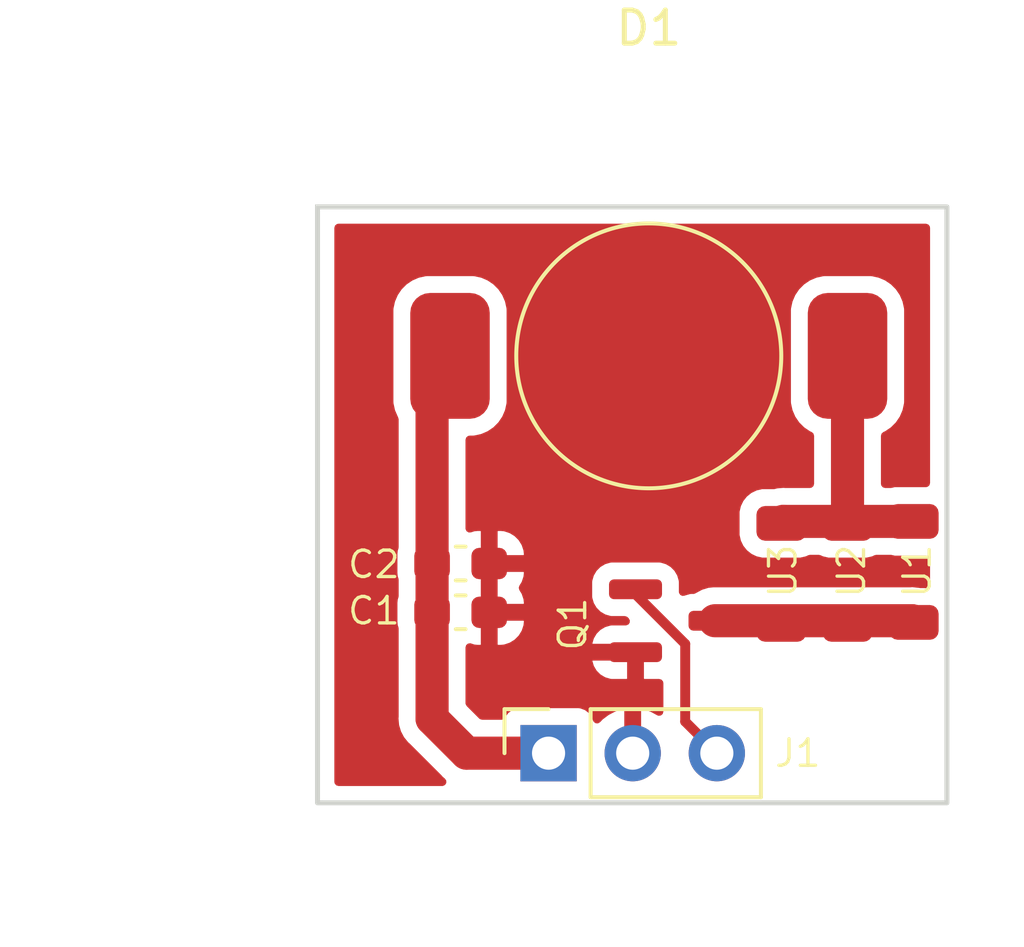
<source format=kicad_pcb>
(kicad_pcb (version 20211014) (generator pcbnew)
  (layers (0 "F.Cu" signal) (31 "B.Cu" signal) (34 "B.Paste" user) (35 "F.Paste" user) (36 "B.SilkS" user "B.Silkscreen") (37 "F.SilkS" user "F.Silkscreen") (38 "B.Mask" user) (39 "F.Mask" user) (44 "Edge.Cuts" user))
  (net 0 "")
  (net 1 "Earth")
  (net 2 "+12V")
  (net 3 "Net-(U1-Pad1)")
  (net 4 "/PWM")
  (net 5 "Net-(U1-Pad2)")
  (footprint "Capacitor_SMD:C_0603_1608Metric_Pad1.08x0.95mm_HandSolder" (layer "F.Cu") (at 137.8215 80.772)
    (fp_text reference "C2" (at -2.6215 0.028) (layer "F.SilkS") (effects (font (size 0.8 0.8) (thickness 0.1))))
    (fp_text value "10uF")
    (fp_line (start -0.146267 -0.51) (end 0.146267 -0.51) (layer "F.SilkS") (width 0.12))
    (fp_line (start -0.146267 0.51) (end 0.146267 0.51) (layer "F.SilkS") (width 0.12))
    (pad "1" smd roundrect locked (at -0.8625 0) (size 1.075 0.95) (layers "F.Cu" "F.Paste" "F.Mask") (net 2 "+12V"))
    (pad "2" smd roundrect locked (at 0.8625 0) (size 1.075 0.95) (layers "F.Cu" "F.Paste" "F.Mask") (net 1 "Earth"))
  )
  (footprint "components:LED" (layer "F.Cu") (at 143.5 74.5)
    (fp_text reference "D1" (at 0 -9.9 unlocked) (layer "F.SilkS"))
    (fp_text value "LED")
    (fp_circle (center 0 0) (end 4 0) (layer "F.SilkS") (width 0.12) (fill none))
    (pad "1" smd roundrect (at 6 0) (size 2.4 3.8) (layers "F.Cu" "F.Paste" "F.Mask" "Dwgs.User") (net 3 "Net-(U1-Pad1)"))
    (pad "2" smd roundrect (at -6 0) (size 2.4 3.8) (layers "F.Cu" "F.Paste" "F.Mask") (net 2 "+12V"))
  )
  (footprint "Capacitor_SMD:C_0603_1608Metric_Pad1.08x0.95mm_HandSolder" (layer "F.Cu") (at 137.8215 82.2452 180)
    (fp_text reference "C1" (at 2.6215 0.0452) (layer "F.SilkS") (effects (font (size 0.8 0.8) (thickness 0.1))))
    (fp_text value "1uF")
    (fp_line (start -0.146267 0.51) (end 0.146267 0.51) (layer "F.SilkS") (width 0.12))
    (fp_line (start -0.146267 -0.51) (end 0.146267 -0.51) (layer "F.SilkS") (width 0.12))
    (pad "1" smd roundrect locked (at -0.8625 0 180) (size 1.075 0.95) (layers "F.Cu" "F.Paste" "F.Mask") (net 1 "Earth"))
    (pad "2" smd roundrect locked (at 0.8625 0 180) (size 1.075 0.95) (layers "F.Cu" "F.Paste" "F.Mask") (net 2 "+12V"))
  )
  (footprint "components:PowerDI123" (layer "F.Cu") (at 149.5 81.0846 90)
    (fp_text reference "U2" (at 0.0846 0.118 90 unlocked) (layer "F.SilkS") (effects (font (size 0.8 0.8) (thickness 0.1))))
    (fp_text value "AL5809")
    (pad "1" smd roundrect (at 1.525 0 90) (size 1.05 1.5) (layers "F.Cu" "F.Paste" "F.Mask") (net 3 "Net-(U1-Pad1)"))
    (pad "2" smd roundrect (at -1.525 0 90) (size 1.05 1.5) (layers "F.Cu" "F.Paste" "F.Mask") (net 5 "Net-(U1-Pad2)"))
  )
  (footprint "Connector_PinSocket_2.54mm:PinSocket_1x03_P2.54mm_Vertical" (layer "F.Cu") (at 140.475 86.5 90)
    (fp_text reference "J1" (at 0 7.525 180) (layer "F.SilkS") (effects (font (size 0.8 0.8) (thickness 0.1))))
    (fp_text value "Conn_01x03_Male")
    (fp_line (start -1.33 1.27) (end -1.33 6.41) (layer "F.SilkS") (width 0.12))
    (fp_line (start -1.33 6.41) (end 1.33 6.41) (layer "F.SilkS") (width 0.12))
    (fp_line (start -1.33 1.27) (end 1.33 1.27) (layer "F.SilkS") (width 0.12))
    (fp_line (start 1.33 -1.33) (end 1.33 0) (layer "F.SilkS") (width 0.12))
    (fp_line (start 1.33 1.27) (end 1.33 6.41) (layer "F.SilkS") (width 0.12))
    (fp_line (start 0 -1.33) (end 1.33 -1.33) (layer "F.SilkS") (width 0.12))
    (pad "1" thru_hole rect locked (at 0 0 90) (size 1.7 1.7) (drill 1) (layers *.Cu *.Mask) (net 2 "+12V"))
    (pad "2" thru_hole oval locked (at 0 2.54 90) (size 1.7 1.7) (drill 1) (layers *.Cu *.Mask) (net 1 "Earth"))
    (pad "3" thru_hole oval locked (at 0 5.08 90) (size 1.7 1.7) (drill 1) (layers *.Cu *.Mask) (net 4 "/PWM"))
  )
  (footprint "components:PowerDI123" (layer "F.Cu") (at 147.5 81.0846 90)
    (fp_text reference "U3" (at 0.0846 0.0484 90 unlocked) (layer "F.SilkS") (effects (font (size 0.8 0.8) (thickness 0.1))))
    (fp_text value "AL5809")
    (pad "1" smd roundrect (at 1.525 0 90) (size 1.05 1.5) (layers "F.Cu" "F.Paste" "F.Mask") (net 3 "Net-(U1-Pad1)"))
    (pad "2" smd roundrect (at -1.525 0 90) (size 1.05 1.5) (layers "F.Cu" "F.Paste" "F.Mask") (net 5 "Net-(U1-Pad2)"))
  )
  (footprint "components:CPH3455" (layer "F.Cu") (at 143.1 82.5 -90)
    (fp_text reference "Q1" (at 0.1 1.9 90 unlocked) (layer "F.SilkS") (effects (font (size 0.8 0.8) (thickness 0.1))))
    (fp_text value "CPH3455")
    (pad "1" smd roundrect (at -0.95 0 270) (size 0.6 1.6) (layers "F.Cu" "F.Paste" "F.Mask") (net 4 "/PWM"))
    (pad "2" smd roundrect (at 0.95 0 270) (size 0.6 1.6) (layers "F.Cu" "F.Paste" "F.Mask") (net 1 "Earth"))
    (pad "3" smd roundrect (at 0 -2.4 270) (size 0.6 1.6) (layers "F.Cu" "F.Paste" "F.Mask") (net 5 "Net-(U1-Pad2)"))
  )
  (footprint "components:PowerDI123" (layer "F.Cu") (at 151.5 81.025 90)
    (fp_text reference "U1" (at 0.025 0.1 90 unlocked) (layer "F.SilkS") (effects (font (size 0.8 0.8) (thickness 0.1))))
    (fp_text value "AL5809")
    (pad "1" smd roundrect (at 1.525 0 90) (size 1.05 1.5) (layers "F.Cu" "F.Paste" "F.Mask") (net 3 "Net-(U1-Pad1)"))
    (pad "2" smd roundrect (at -1.525 0 90) (size 1.05 1.5) (layers "F.Cu" "F.Paste" "F.Mask") (net 5 "Net-(U1-Pad2)"))
  )
  (gr_rect (start 133.5 70) (end 152.5 88) (layer "Edge.Cuts") (width 0.15) (fill none))
  (segment (start 143.1 86.415) (end 143.015 86.5) (width 1) (layer "F.Cu") (net 1))
  (segment (start 136.959 85.459) (end 136.959 82.2452) (width 1) (layer "F.Cu") (net 2))
  (segment (start 138 86.5) (end 136.959 85.459) (width 1) (layer "F.Cu") (net 2))
  (segment (start 136.959 82.2452) (end 136.959 80.772) (width 1) (layer "F.Cu") (net 2))
  (segment (start 136.959 80.772) (end 136.959 75.541) (width 1) (layer "F.Cu") (net 2))
  (segment (start 136.959 75.541) (end 137.5 75) (width 1) (layer "F.Cu") (net 2))
  (segment (start 140.475 86.5) (end 138 86.5) (width 1) (layer "F.Cu") (net 2))
  (segment (start 151.5 79.5) (end 147.5596 79.5) (width 1) (layer "F.Cu") (net 3))
  (segment (start 147.5596 79.5) (end 147.5 79.5596) (width 1) (layer "F.Cu") (net 3))
  (segment (start 149.5 75) (end 149.5 79.5596) (width 1) (layer "F.Cu") (net 3))
  (segment (start 143.1 81.7) (end 143.1 81.55) (width 0.3) (layer "F.Cu") (net 4))
  (segment (start 144.6 85.545) (end 144.6 83.2) (width 0.3) (layer "F.Cu") (net 4))
  (segment (start 145.555 86.5) (end 144.6 85.545) (width 0.3) (layer "F.Cu") (net 4))
  (segment (start 144.997573 86.5) (end 145.555 86.5) (width 0.3) (layer "F.Cu") (net 4))
  (segment (start 144.6 83.2) (end 143.1 81.7) (width 0.3) (layer "F.Cu") (net 4))
  (segment (start 145.5 82.5) (end 151.45 82.5) (width 1) (layer "F.Cu") (net 5))
  (segment (start 151.45 82.5) (end 151.5 82.55) (width 1) (layer "F.Cu") (net 5))
  (zone (net 1) (net_name "Earth") (layer "F.Cu") (connect_pads (clearance 0.508)) (min_thickness 0.254) (fill yes (thermal_gap 0.508) (thermal_bridge_width 0.508))
    (polygon (pts (xy 152.5 88) (xy 133.5 88) (xy 133.5 70) (xy 152.5 70)))
  )
)
</source>
